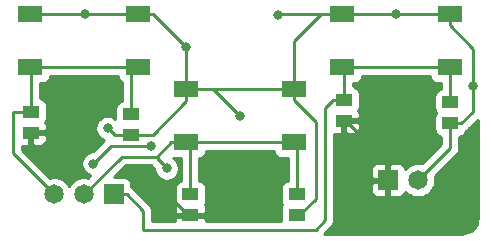
<source format=gbr>
G04 #@! TF.GenerationSoftware,KiCad,Pcbnew,(5.1.4)-1*
G04 #@! TF.CreationDate,2019-11-04T21:22:19-05:00*
G04 #@! TF.ProjectId,ButtonBoard,42757474-6f6e-4426-9f61-72642e6b6963,rev?*
G04 #@! TF.SameCoordinates,Original*
G04 #@! TF.FileFunction,Copper,L1,Top*
G04 #@! TF.FilePolarity,Positive*
%FSLAX46Y46*%
G04 Gerber Fmt 4.6, Leading zero omitted, Abs format (unit mm)*
G04 Created by KiCad (PCBNEW (5.1.4)-1) date 2019-11-04 21:22:19*
%MOMM*%
%LPD*%
G04 APERTURE LIST*
%ADD10R,1.400000X1.016000*%
%ADD11R,1.397000X1.016000*%
%ADD12R,2.100000X1.400000*%
%ADD13R,1.651000X1.651000*%
%ADD14C,1.651000*%
%ADD15C,0.800000*%
%ADD16C,0.250000*%
%ADD17C,0.254000*%
G04 APERTURE END LIST*
D10*
X4000000Y-6221000D03*
X4000000Y-8000000D03*
X18000000Y-13000000D03*
X18000000Y-14779000D03*
X31000000Y-7000000D03*
X31000000Y-5221000D03*
D11*
X-4500000Y-6000000D03*
X-4500000Y-7778000D03*
X9000000Y-14778000D03*
X9000000Y-13000000D03*
X22000000Y-6778000D03*
X22000000Y-5000000D03*
D12*
X4550000Y2250000D03*
X4550000Y-2250000D03*
X-4550000Y-2250000D03*
X-4550000Y2250000D03*
X8658000Y-4100000D03*
X8658000Y-8600000D03*
X17758000Y-8600000D03*
X17758000Y-4100000D03*
X30966000Y2250000D03*
X30966000Y-2250000D03*
X21866000Y-2250000D03*
X21866000Y2250000D03*
D13*
X25730000Y-11800000D03*
D14*
X28270000Y-11800000D03*
X-2540000Y-13000000D03*
X0Y-13000000D03*
D13*
X2540000Y-13000000D03*
D15*
X2000000Y-7400000D03*
X13200000Y-6400000D03*
X16400000Y2200000D03*
X8650000Y-550000D03*
X26450000Y2250000D03*
X32950000Y-3850000D03*
X50000Y2250000D03*
X7000000Y-10800038D03*
X800000Y-10400000D03*
X5708104Y-8906904D03*
X-600000Y-9200000D03*
X7263499Y-12336501D03*
X25006250Y-8593750D03*
X22000000Y-11000000D03*
X14200000Y-15000000D03*
X11735250Y-14064750D03*
D16*
X-4550000Y-2250000D02*
X4550000Y-2250000D01*
X4000000Y-2800000D02*
X4550000Y-2250000D01*
X4000000Y-6221000D02*
X4000000Y-2800000D01*
X-4500000Y-2300000D02*
X-4550000Y-2250000D01*
X-4500000Y-6000000D02*
X-4500000Y-2300000D01*
X-3250000Y2250000D02*
X50000Y2250000D01*
X-4550000Y2250000D02*
X-3250000Y2250000D01*
X9958000Y-4100000D02*
X17758000Y-4100000D01*
X8658000Y-4100000D02*
X9958000Y-4100000D01*
X23166000Y2250000D02*
X26450000Y2250000D01*
X21866000Y2250000D02*
X23166000Y2250000D01*
X21866000Y2250000D02*
X20050000Y2250000D01*
X17758000Y-42000D02*
X17758000Y-4100000D01*
X20050000Y2250000D02*
X17758000Y-42000D01*
X8658000Y-558000D02*
X8658000Y-4100000D01*
X4550000Y2250000D02*
X5850000Y2250000D01*
X5850000Y2250000D02*
X8650000Y-550000D01*
X8658000Y-5142000D02*
X8658000Y-4100000D01*
X4000000Y-8000000D02*
X5800000Y-8000000D01*
X5800000Y-8000000D02*
X8658000Y-5142000D01*
X31950000Y-7000000D02*
X32950000Y-6000000D01*
X31000000Y-7000000D02*
X31950000Y-7000000D01*
X30966000Y1300000D02*
X30966000Y2250000D01*
X32950000Y-684000D02*
X30966000Y1300000D01*
X32950000Y-6000000D02*
X32950000Y-3850000D01*
X31000000Y-9070000D02*
X31000000Y-7000000D01*
X28270000Y-11800000D02*
X31000000Y-9070000D01*
X17758000Y-5050000D02*
X17758000Y-4100000D01*
X19600000Y-6892000D02*
X17758000Y-5050000D01*
X19600000Y-13371000D02*
X19600000Y-6892000D01*
X18000000Y-14779000D02*
X18192000Y-14779000D01*
X18192000Y-14779000D02*
X19600000Y-13371000D01*
X4000000Y-8000000D02*
X2600000Y-8000000D01*
X2600000Y-8000000D02*
X2000000Y-7400000D01*
X8658000Y-4100000D02*
X10900000Y-4100000D01*
X10900000Y-4100000D02*
X13200000Y-6400000D01*
X21866000Y2250000D02*
X16450000Y2250000D01*
X16450000Y2250000D02*
X16400000Y2200000D01*
X8650000Y-550000D02*
X8658000Y-558000D01*
X26450000Y2250000D02*
X30966000Y2250000D01*
X32950000Y-3850000D02*
X32950000Y-684000D01*
X50000Y2250000D02*
X4550000Y2250000D01*
X8658000Y-8600000D02*
X17758000Y-8600000D01*
X18000000Y-8842000D02*
X17758000Y-8600000D01*
X18000000Y-13000000D02*
X18000000Y-8842000D01*
X9000000Y-8942000D02*
X8658000Y-8600000D01*
X9000000Y-13000000D02*
X9000000Y-8942000D01*
X23166000Y-2250000D02*
X30966000Y-2250000D01*
X21866000Y-2250000D02*
X23166000Y-2250000D01*
X22000000Y-2384000D02*
X21866000Y-2250000D01*
X22000000Y-5000000D02*
X22000000Y-2384000D01*
X31000000Y-2284000D02*
X30966000Y-2250000D01*
X31000000Y-5221000D02*
X31000000Y-2284000D01*
X5000000Y-14384500D02*
X3615500Y-13000000D01*
X3615500Y-13000000D02*
X2540000Y-13000000D01*
X21051500Y-5000000D02*
X20400000Y-5651500D01*
X22000000Y-5000000D02*
X21051500Y-5000000D01*
X20400000Y-5651500D02*
X20400000Y-15200000D01*
X20400000Y-15200000D02*
X19600000Y-16000000D01*
X19600000Y-16000000D02*
X5000000Y-16000000D01*
X5000000Y-16000000D02*
X5000000Y-14384500D01*
X-6000000Y-6000000D02*
X-4500000Y-6000000D01*
X-2540000Y-13000000D02*
X-6000000Y-9540000D01*
X-6000000Y-9540000D02*
X-6000000Y-6000000D01*
X7358000Y-8600000D02*
X8658000Y-8600000D01*
X0Y-13000000D02*
X3200000Y-9800000D01*
X6158000Y-9800000D02*
X7358000Y-8600000D01*
X3200000Y-9800000D02*
X6158000Y-9800000D01*
X6800000Y-10800000D02*
X6999962Y-10800000D01*
X6999962Y-10800000D02*
X7000000Y-10800038D01*
X6158000Y-9958038D02*
X7000000Y-10800038D01*
X6158000Y-9800000D02*
X6158000Y-9958038D01*
X2293096Y-8906904D02*
X5142419Y-8906904D01*
X5142419Y-8906904D02*
X5708104Y-8906904D01*
X800000Y-10400000D02*
X2293096Y-8906904D01*
X22190500Y-6778000D02*
X22000000Y-6778000D01*
X25730000Y-10317500D02*
X22190500Y-6778000D01*
X25730000Y-11800000D02*
X25730000Y-10317500D01*
X7263499Y-13231999D02*
X7263499Y-12336501D01*
X8809500Y-14778000D02*
X7263499Y-13231999D01*
X9000000Y-14778000D02*
X8809500Y-14778000D01*
D17*
G36*
X29290188Y-3074482D02*
G01*
X29326498Y-3194180D01*
X29385463Y-3304494D01*
X29464815Y-3401185D01*
X29561506Y-3480537D01*
X29671820Y-3539502D01*
X29791518Y-3575812D01*
X29916000Y-3588072D01*
X30240001Y-3588072D01*
X30240000Y-4080837D01*
X30175518Y-4087188D01*
X30055820Y-4123498D01*
X29945506Y-4182463D01*
X29848815Y-4261815D01*
X29769463Y-4358506D01*
X29710498Y-4468820D01*
X29674188Y-4588518D01*
X29661928Y-4713000D01*
X29661928Y-5729000D01*
X29674188Y-5853482D01*
X29710498Y-5973180D01*
X29769463Y-6083494D01*
X29791626Y-6110500D01*
X29769463Y-6137506D01*
X29710498Y-6247820D01*
X29674188Y-6367518D01*
X29661928Y-6492000D01*
X29661928Y-7508000D01*
X29674188Y-7632482D01*
X29710498Y-7752180D01*
X29769463Y-7862494D01*
X29848815Y-7959185D01*
X29945506Y-8038537D01*
X30055820Y-8097502D01*
X30175518Y-8133812D01*
X30240000Y-8140163D01*
X30240000Y-8755198D01*
X28615573Y-10379626D01*
X28413847Y-10339500D01*
X28126153Y-10339500D01*
X27843988Y-10395626D01*
X27578194Y-10505721D01*
X27338985Y-10665555D01*
X27175077Y-10829463D01*
X27145002Y-10730320D01*
X27086037Y-10620006D01*
X27006685Y-10523315D01*
X26909994Y-10443963D01*
X26799680Y-10384998D01*
X26679982Y-10348688D01*
X26555500Y-10336428D01*
X26015750Y-10339500D01*
X25857000Y-10498250D01*
X25857000Y-11673000D01*
X25877000Y-11673000D01*
X25877000Y-11927000D01*
X25857000Y-11927000D01*
X25857000Y-13101750D01*
X26015750Y-13260500D01*
X26555500Y-13263572D01*
X26679982Y-13251312D01*
X26799680Y-13215002D01*
X26909994Y-13156037D01*
X27006685Y-13076685D01*
X27086037Y-12979994D01*
X27145002Y-12869680D01*
X27175077Y-12770537D01*
X27338985Y-12934445D01*
X27578194Y-13094279D01*
X27843988Y-13204374D01*
X28126153Y-13260500D01*
X28413847Y-13260500D01*
X28696012Y-13204374D01*
X28961806Y-13094279D01*
X29201015Y-12934445D01*
X29404445Y-12731015D01*
X29564279Y-12491806D01*
X29674374Y-12226012D01*
X29730500Y-11943847D01*
X29730500Y-11656153D01*
X29690374Y-11454427D01*
X31511004Y-9633798D01*
X31540001Y-9610001D01*
X31575555Y-9566678D01*
X31634974Y-9494277D01*
X31705546Y-9362247D01*
X31717432Y-9323064D01*
X31749003Y-9218986D01*
X31760000Y-9107333D01*
X31760000Y-9107324D01*
X31763676Y-9070001D01*
X31760000Y-9032678D01*
X31760000Y-8140163D01*
X31824482Y-8133812D01*
X31944180Y-8097502D01*
X32054494Y-8038537D01*
X32151185Y-7959185D01*
X32230537Y-7862494D01*
X32289502Y-7752180D01*
X32315531Y-7666374D01*
X32374276Y-7634974D01*
X32490001Y-7540001D01*
X32513804Y-7510998D01*
X33340001Y-6684801D01*
X33340001Y-14967711D01*
X33311375Y-15259660D01*
X33235965Y-15509429D01*
X33113477Y-15739794D01*
X32948579Y-15941979D01*
X32747546Y-16108288D01*
X32518046Y-16232378D01*
X32268805Y-16309531D01*
X31978911Y-16340000D01*
X20334801Y-16340000D01*
X20911002Y-15763799D01*
X20940001Y-15740001D01*
X21034974Y-15624276D01*
X21105546Y-15492247D01*
X21149003Y-15348986D01*
X21160000Y-15237333D01*
X21160000Y-15237323D01*
X21163676Y-15200000D01*
X21160000Y-15162677D01*
X21160000Y-12625500D01*
X24266428Y-12625500D01*
X24278688Y-12749982D01*
X24314998Y-12869680D01*
X24373963Y-12979994D01*
X24453315Y-13076685D01*
X24550006Y-13156037D01*
X24660320Y-13215002D01*
X24780018Y-13251312D01*
X24904500Y-13263572D01*
X25444250Y-13260500D01*
X25603000Y-13101750D01*
X25603000Y-11927000D01*
X24428250Y-11927000D01*
X24269500Y-12085750D01*
X24266428Y-12625500D01*
X21160000Y-12625500D01*
X21160000Y-10974500D01*
X24266428Y-10974500D01*
X24269500Y-11514250D01*
X24428250Y-11673000D01*
X25603000Y-11673000D01*
X25603000Y-10498250D01*
X25444250Y-10339500D01*
X24904500Y-10336428D01*
X24780018Y-10348688D01*
X24660320Y-10384998D01*
X24550006Y-10443963D01*
X24453315Y-10523315D01*
X24373963Y-10620006D01*
X24314998Y-10730320D01*
X24278688Y-10850018D01*
X24266428Y-10974500D01*
X21160000Y-10974500D01*
X21160000Y-7906650D01*
X21177018Y-7911812D01*
X21301500Y-7924072D01*
X21714250Y-7921000D01*
X21873000Y-7762250D01*
X21873000Y-6905000D01*
X22127000Y-6905000D01*
X22127000Y-7762250D01*
X22285750Y-7921000D01*
X22698500Y-7924072D01*
X22822982Y-7911812D01*
X22942680Y-7875502D01*
X23052994Y-7816537D01*
X23149685Y-7737185D01*
X23229037Y-7640494D01*
X23288002Y-7530180D01*
X23324312Y-7410482D01*
X23336572Y-7286000D01*
X23333500Y-7063750D01*
X23174750Y-6905000D01*
X22127000Y-6905000D01*
X21873000Y-6905000D01*
X21853000Y-6905000D01*
X21853000Y-6651000D01*
X21873000Y-6651000D01*
X21873000Y-6631000D01*
X22127000Y-6631000D01*
X22127000Y-6651000D01*
X23174750Y-6651000D01*
X23333500Y-6492250D01*
X23336572Y-6270000D01*
X23324312Y-6145518D01*
X23288002Y-6025820D01*
X23229037Y-5915506D01*
X23207284Y-5889000D01*
X23229037Y-5862494D01*
X23288002Y-5752180D01*
X23324312Y-5632482D01*
X23336572Y-5508000D01*
X23336572Y-4492000D01*
X23324312Y-4367518D01*
X23288002Y-4247820D01*
X23229037Y-4137506D01*
X23149685Y-4040815D01*
X23052994Y-3961463D01*
X22942680Y-3902498D01*
X22822982Y-3866188D01*
X22760000Y-3859985D01*
X22760000Y-3588072D01*
X22916000Y-3588072D01*
X23040482Y-3575812D01*
X23160180Y-3539502D01*
X23270494Y-3480537D01*
X23367185Y-3401185D01*
X23446537Y-3304494D01*
X23505502Y-3194180D01*
X23541812Y-3074482D01*
X23548163Y-3010000D01*
X29283837Y-3010000D01*
X29290188Y-3074482D01*
X29290188Y-3074482D01*
G37*
X29290188Y-3074482D02*
X29326498Y-3194180D01*
X29385463Y-3304494D01*
X29464815Y-3401185D01*
X29561506Y-3480537D01*
X29671820Y-3539502D01*
X29791518Y-3575812D01*
X29916000Y-3588072D01*
X30240001Y-3588072D01*
X30240000Y-4080837D01*
X30175518Y-4087188D01*
X30055820Y-4123498D01*
X29945506Y-4182463D01*
X29848815Y-4261815D01*
X29769463Y-4358506D01*
X29710498Y-4468820D01*
X29674188Y-4588518D01*
X29661928Y-4713000D01*
X29661928Y-5729000D01*
X29674188Y-5853482D01*
X29710498Y-5973180D01*
X29769463Y-6083494D01*
X29791626Y-6110500D01*
X29769463Y-6137506D01*
X29710498Y-6247820D01*
X29674188Y-6367518D01*
X29661928Y-6492000D01*
X29661928Y-7508000D01*
X29674188Y-7632482D01*
X29710498Y-7752180D01*
X29769463Y-7862494D01*
X29848815Y-7959185D01*
X29945506Y-8038537D01*
X30055820Y-8097502D01*
X30175518Y-8133812D01*
X30240000Y-8140163D01*
X30240000Y-8755198D01*
X28615573Y-10379626D01*
X28413847Y-10339500D01*
X28126153Y-10339500D01*
X27843988Y-10395626D01*
X27578194Y-10505721D01*
X27338985Y-10665555D01*
X27175077Y-10829463D01*
X27145002Y-10730320D01*
X27086037Y-10620006D01*
X27006685Y-10523315D01*
X26909994Y-10443963D01*
X26799680Y-10384998D01*
X26679982Y-10348688D01*
X26555500Y-10336428D01*
X26015750Y-10339500D01*
X25857000Y-10498250D01*
X25857000Y-11673000D01*
X25877000Y-11673000D01*
X25877000Y-11927000D01*
X25857000Y-11927000D01*
X25857000Y-13101750D01*
X26015750Y-13260500D01*
X26555500Y-13263572D01*
X26679982Y-13251312D01*
X26799680Y-13215002D01*
X26909994Y-13156037D01*
X27006685Y-13076685D01*
X27086037Y-12979994D01*
X27145002Y-12869680D01*
X27175077Y-12770537D01*
X27338985Y-12934445D01*
X27578194Y-13094279D01*
X27843988Y-13204374D01*
X28126153Y-13260500D01*
X28413847Y-13260500D01*
X28696012Y-13204374D01*
X28961806Y-13094279D01*
X29201015Y-12934445D01*
X29404445Y-12731015D01*
X29564279Y-12491806D01*
X29674374Y-12226012D01*
X29730500Y-11943847D01*
X29730500Y-11656153D01*
X29690374Y-11454427D01*
X31511004Y-9633798D01*
X31540001Y-9610001D01*
X31575555Y-9566678D01*
X31634974Y-9494277D01*
X31705546Y-9362247D01*
X31717432Y-9323064D01*
X31749003Y-9218986D01*
X31760000Y-9107333D01*
X31760000Y-9107324D01*
X31763676Y-9070001D01*
X31760000Y-9032678D01*
X31760000Y-8140163D01*
X31824482Y-8133812D01*
X31944180Y-8097502D01*
X32054494Y-8038537D01*
X32151185Y-7959185D01*
X32230537Y-7862494D01*
X32289502Y-7752180D01*
X32315531Y-7666374D01*
X32374276Y-7634974D01*
X32490001Y-7540001D01*
X32513804Y-7510998D01*
X33340001Y-6684801D01*
X33340001Y-14967711D01*
X33311375Y-15259660D01*
X33235965Y-15509429D01*
X33113477Y-15739794D01*
X32948579Y-15941979D01*
X32747546Y-16108288D01*
X32518046Y-16232378D01*
X32268805Y-16309531D01*
X31978911Y-16340000D01*
X20334801Y-16340000D01*
X20911002Y-15763799D01*
X20940001Y-15740001D01*
X21034974Y-15624276D01*
X21105546Y-15492247D01*
X21149003Y-15348986D01*
X21160000Y-15237333D01*
X21160000Y-15237323D01*
X21163676Y-15200000D01*
X21160000Y-15162677D01*
X21160000Y-12625500D01*
X24266428Y-12625500D01*
X24278688Y-12749982D01*
X24314998Y-12869680D01*
X24373963Y-12979994D01*
X24453315Y-13076685D01*
X24550006Y-13156037D01*
X24660320Y-13215002D01*
X24780018Y-13251312D01*
X24904500Y-13263572D01*
X25444250Y-13260500D01*
X25603000Y-13101750D01*
X25603000Y-11927000D01*
X24428250Y-11927000D01*
X24269500Y-12085750D01*
X24266428Y-12625500D01*
X21160000Y-12625500D01*
X21160000Y-10974500D01*
X24266428Y-10974500D01*
X24269500Y-11514250D01*
X24428250Y-11673000D01*
X25603000Y-11673000D01*
X25603000Y-10498250D01*
X25444250Y-10339500D01*
X24904500Y-10336428D01*
X24780018Y-10348688D01*
X24660320Y-10384998D01*
X24550006Y-10443963D01*
X24453315Y-10523315D01*
X24373963Y-10620006D01*
X24314998Y-10730320D01*
X24278688Y-10850018D01*
X24266428Y-10974500D01*
X21160000Y-10974500D01*
X21160000Y-7906650D01*
X21177018Y-7911812D01*
X21301500Y-7924072D01*
X21714250Y-7921000D01*
X21873000Y-7762250D01*
X21873000Y-6905000D01*
X22127000Y-6905000D01*
X22127000Y-7762250D01*
X22285750Y-7921000D01*
X22698500Y-7924072D01*
X22822982Y-7911812D01*
X22942680Y-7875502D01*
X23052994Y-7816537D01*
X23149685Y-7737185D01*
X23229037Y-7640494D01*
X23288002Y-7530180D01*
X23324312Y-7410482D01*
X23336572Y-7286000D01*
X23333500Y-7063750D01*
X23174750Y-6905000D01*
X22127000Y-6905000D01*
X21873000Y-6905000D01*
X21853000Y-6905000D01*
X21853000Y-6651000D01*
X21873000Y-6651000D01*
X21873000Y-6631000D01*
X22127000Y-6631000D01*
X22127000Y-6651000D01*
X23174750Y-6651000D01*
X23333500Y-6492250D01*
X23336572Y-6270000D01*
X23324312Y-6145518D01*
X23288002Y-6025820D01*
X23229037Y-5915506D01*
X23207284Y-5889000D01*
X23229037Y-5862494D01*
X23288002Y-5752180D01*
X23324312Y-5632482D01*
X23336572Y-5508000D01*
X23336572Y-4492000D01*
X23324312Y-4367518D01*
X23288002Y-4247820D01*
X23229037Y-4137506D01*
X23149685Y-4040815D01*
X23052994Y-3961463D01*
X22942680Y-3902498D01*
X22822982Y-3866188D01*
X22760000Y-3859985D01*
X22760000Y-3588072D01*
X22916000Y-3588072D01*
X23040482Y-3575812D01*
X23160180Y-3539502D01*
X23270494Y-3480537D01*
X23367185Y-3401185D01*
X23446537Y-3304494D01*
X23505502Y-3194180D01*
X23541812Y-3074482D01*
X23548163Y-3010000D01*
X29283837Y-3010000D01*
X29290188Y-3074482D01*
G36*
X16082188Y-9424482D02*
G01*
X16118498Y-9544180D01*
X16177463Y-9654494D01*
X16256815Y-9751185D01*
X16353506Y-9830537D01*
X16463820Y-9889502D01*
X16583518Y-9925812D01*
X16708000Y-9938072D01*
X17240001Y-9938072D01*
X17240000Y-11859837D01*
X17175518Y-11866188D01*
X17055820Y-11902498D01*
X16945506Y-11961463D01*
X16848815Y-12040815D01*
X16769463Y-12137506D01*
X16710498Y-12247820D01*
X16674188Y-12367518D01*
X16661928Y-12492000D01*
X16661928Y-13508000D01*
X16674188Y-13632482D01*
X16710498Y-13752180D01*
X16769463Y-13862494D01*
X16791626Y-13889500D01*
X16769463Y-13916506D01*
X16710498Y-14026820D01*
X16674188Y-14146518D01*
X16661928Y-14271000D01*
X16661928Y-15240000D01*
X10335936Y-15240000D01*
X10333500Y-15063750D01*
X10174750Y-14905000D01*
X9127000Y-14905000D01*
X9127000Y-14925000D01*
X8873000Y-14925000D01*
X8873000Y-14905000D01*
X7825250Y-14905000D01*
X7666500Y-15063750D01*
X7664064Y-15240000D01*
X5760000Y-15240000D01*
X5760000Y-14421825D01*
X5763676Y-14384500D01*
X5760000Y-14347175D01*
X5760000Y-14347167D01*
X5749003Y-14235514D01*
X5705546Y-14092253D01*
X5634974Y-13960224D01*
X5540001Y-13844499D01*
X5511003Y-13820701D01*
X4179304Y-12489003D01*
X4155501Y-12459999D01*
X4039776Y-12365026D01*
X4003572Y-12345674D01*
X4003572Y-12174500D01*
X3991312Y-12050018D01*
X3955002Y-11930320D01*
X3896037Y-11820006D01*
X3816685Y-11723315D01*
X3719994Y-11643963D01*
X3609680Y-11584998D01*
X3489982Y-11548688D01*
X3365500Y-11536428D01*
X2538374Y-11536428D01*
X3514803Y-10560000D01*
X5685161Y-10560000D01*
X5965000Y-10839839D01*
X5965000Y-10901977D01*
X6004774Y-11101936D01*
X6082795Y-11290294D01*
X6196063Y-11459812D01*
X6340226Y-11603975D01*
X6509744Y-11717243D01*
X6698102Y-11795264D01*
X6898061Y-11835038D01*
X7101939Y-11835038D01*
X7301898Y-11795264D01*
X7490256Y-11717243D01*
X7659774Y-11603975D01*
X7803937Y-11459812D01*
X7917205Y-11290294D01*
X7995226Y-11101936D01*
X8035000Y-10901977D01*
X8035000Y-10698099D01*
X7995226Y-10498140D01*
X7917205Y-10309782D01*
X7803937Y-10140264D01*
X7659774Y-9996101D01*
X7566864Y-9934021D01*
X7608000Y-9938072D01*
X8240001Y-9938072D01*
X8240000Y-11859985D01*
X8177018Y-11866188D01*
X8057320Y-11902498D01*
X7947006Y-11961463D01*
X7850315Y-12040815D01*
X7770963Y-12137506D01*
X7711998Y-12247820D01*
X7675688Y-12367518D01*
X7663428Y-12492000D01*
X7663428Y-13508000D01*
X7675688Y-13632482D01*
X7711998Y-13752180D01*
X7770963Y-13862494D01*
X7792716Y-13889000D01*
X7770963Y-13915506D01*
X7711998Y-14025820D01*
X7675688Y-14145518D01*
X7663428Y-14270000D01*
X7666500Y-14492250D01*
X7825250Y-14651000D01*
X8873000Y-14651000D01*
X8873000Y-14631000D01*
X9127000Y-14631000D01*
X9127000Y-14651000D01*
X10174750Y-14651000D01*
X10333500Y-14492250D01*
X10336572Y-14270000D01*
X10324312Y-14145518D01*
X10288002Y-14025820D01*
X10229037Y-13915506D01*
X10207284Y-13889000D01*
X10229037Y-13862494D01*
X10288002Y-13752180D01*
X10324312Y-13632482D01*
X10336572Y-13508000D01*
X10336572Y-12492000D01*
X10324312Y-12367518D01*
X10288002Y-12247820D01*
X10229037Y-12137506D01*
X10149685Y-12040815D01*
X10052994Y-11961463D01*
X9942680Y-11902498D01*
X9822982Y-11866188D01*
X9760000Y-11859985D01*
X9760000Y-9932951D01*
X9832482Y-9925812D01*
X9952180Y-9889502D01*
X10062494Y-9830537D01*
X10159185Y-9751185D01*
X10238537Y-9654494D01*
X10297502Y-9544180D01*
X10333812Y-9424482D01*
X10340163Y-9360000D01*
X16075837Y-9360000D01*
X16082188Y-9424482D01*
X16082188Y-9424482D01*
G37*
X16082188Y-9424482D02*
X16118498Y-9544180D01*
X16177463Y-9654494D01*
X16256815Y-9751185D01*
X16353506Y-9830537D01*
X16463820Y-9889502D01*
X16583518Y-9925812D01*
X16708000Y-9938072D01*
X17240001Y-9938072D01*
X17240000Y-11859837D01*
X17175518Y-11866188D01*
X17055820Y-11902498D01*
X16945506Y-11961463D01*
X16848815Y-12040815D01*
X16769463Y-12137506D01*
X16710498Y-12247820D01*
X16674188Y-12367518D01*
X16661928Y-12492000D01*
X16661928Y-13508000D01*
X16674188Y-13632482D01*
X16710498Y-13752180D01*
X16769463Y-13862494D01*
X16791626Y-13889500D01*
X16769463Y-13916506D01*
X16710498Y-14026820D01*
X16674188Y-14146518D01*
X16661928Y-14271000D01*
X16661928Y-15240000D01*
X10335936Y-15240000D01*
X10333500Y-15063750D01*
X10174750Y-14905000D01*
X9127000Y-14905000D01*
X9127000Y-14925000D01*
X8873000Y-14925000D01*
X8873000Y-14905000D01*
X7825250Y-14905000D01*
X7666500Y-15063750D01*
X7664064Y-15240000D01*
X5760000Y-15240000D01*
X5760000Y-14421825D01*
X5763676Y-14384500D01*
X5760000Y-14347175D01*
X5760000Y-14347167D01*
X5749003Y-14235514D01*
X5705546Y-14092253D01*
X5634974Y-13960224D01*
X5540001Y-13844499D01*
X5511003Y-13820701D01*
X4179304Y-12489003D01*
X4155501Y-12459999D01*
X4039776Y-12365026D01*
X4003572Y-12345674D01*
X4003572Y-12174500D01*
X3991312Y-12050018D01*
X3955002Y-11930320D01*
X3896037Y-11820006D01*
X3816685Y-11723315D01*
X3719994Y-11643963D01*
X3609680Y-11584998D01*
X3489982Y-11548688D01*
X3365500Y-11536428D01*
X2538374Y-11536428D01*
X3514803Y-10560000D01*
X5685161Y-10560000D01*
X5965000Y-10839839D01*
X5965000Y-10901977D01*
X6004774Y-11101936D01*
X6082795Y-11290294D01*
X6196063Y-11459812D01*
X6340226Y-11603975D01*
X6509744Y-11717243D01*
X6698102Y-11795264D01*
X6898061Y-11835038D01*
X7101939Y-11835038D01*
X7301898Y-11795264D01*
X7490256Y-11717243D01*
X7659774Y-11603975D01*
X7803937Y-11459812D01*
X7917205Y-11290294D01*
X7995226Y-11101936D01*
X8035000Y-10901977D01*
X8035000Y-10698099D01*
X7995226Y-10498140D01*
X7917205Y-10309782D01*
X7803937Y-10140264D01*
X7659774Y-9996101D01*
X7566864Y-9934021D01*
X7608000Y-9938072D01*
X8240001Y-9938072D01*
X8240000Y-11859985D01*
X8177018Y-11866188D01*
X8057320Y-11902498D01*
X7947006Y-11961463D01*
X7850315Y-12040815D01*
X7770963Y-12137506D01*
X7711998Y-12247820D01*
X7675688Y-12367518D01*
X7663428Y-12492000D01*
X7663428Y-13508000D01*
X7675688Y-13632482D01*
X7711998Y-13752180D01*
X7770963Y-13862494D01*
X7792716Y-13889000D01*
X7770963Y-13915506D01*
X7711998Y-14025820D01*
X7675688Y-14145518D01*
X7663428Y-14270000D01*
X7666500Y-14492250D01*
X7825250Y-14651000D01*
X8873000Y-14651000D01*
X8873000Y-14631000D01*
X9127000Y-14631000D01*
X9127000Y-14651000D01*
X10174750Y-14651000D01*
X10333500Y-14492250D01*
X10336572Y-14270000D01*
X10324312Y-14145518D01*
X10288002Y-14025820D01*
X10229037Y-13915506D01*
X10207284Y-13889000D01*
X10229037Y-13862494D01*
X10288002Y-13752180D01*
X10324312Y-13632482D01*
X10336572Y-13508000D01*
X10336572Y-12492000D01*
X10324312Y-12367518D01*
X10288002Y-12247820D01*
X10229037Y-12137506D01*
X10149685Y-12040815D01*
X10052994Y-11961463D01*
X9942680Y-11902498D01*
X9822982Y-11866188D01*
X9760000Y-11859985D01*
X9760000Y-9932951D01*
X9832482Y-9925812D01*
X9952180Y-9889502D01*
X10062494Y-9830537D01*
X10159185Y-9751185D01*
X10238537Y-9654494D01*
X10297502Y-9544180D01*
X10333812Y-9424482D01*
X10340163Y-9360000D01*
X16075837Y-9360000D01*
X16082188Y-9424482D01*
G36*
X2874188Y-3074482D02*
G01*
X2910498Y-3194180D01*
X2969463Y-3304494D01*
X3048815Y-3401185D01*
X3145506Y-3480537D01*
X3240001Y-3531046D01*
X3240000Y-5080837D01*
X3175518Y-5087188D01*
X3055820Y-5123498D01*
X2945506Y-5182463D01*
X2848815Y-5261815D01*
X2769463Y-5358506D01*
X2710498Y-5468820D01*
X2674188Y-5588518D01*
X2661928Y-5713000D01*
X2661928Y-6598217D01*
X2659774Y-6596063D01*
X2490256Y-6482795D01*
X2301898Y-6404774D01*
X2101939Y-6365000D01*
X1898061Y-6365000D01*
X1698102Y-6404774D01*
X1509744Y-6482795D01*
X1340226Y-6596063D01*
X1196063Y-6740226D01*
X1082795Y-6909744D01*
X1004774Y-7098102D01*
X965000Y-7298061D01*
X965000Y-7501939D01*
X1004774Y-7701898D01*
X1082795Y-7890256D01*
X1196063Y-8059774D01*
X1340226Y-8203937D01*
X1509744Y-8317205D01*
X1698102Y-8395226D01*
X1724684Y-8400514D01*
X760199Y-9365000D01*
X698061Y-9365000D01*
X498102Y-9404774D01*
X309744Y-9482795D01*
X140226Y-9596063D01*
X-3937Y-9740226D01*
X-117205Y-9909744D01*
X-195226Y-10098102D01*
X-235000Y-10298061D01*
X-235000Y-10501939D01*
X-195226Y-10701898D01*
X-117205Y-10890256D01*
X-3937Y-11059774D01*
X140226Y-11203937D01*
X309744Y-11317205D01*
X498102Y-11395226D01*
X524685Y-11400514D01*
X345573Y-11579626D01*
X143847Y-11539500D01*
X-143847Y-11539500D01*
X-426012Y-11595626D01*
X-691806Y-11705721D01*
X-931015Y-11865555D01*
X-1134445Y-12068985D01*
X-1270000Y-12271858D01*
X-1405555Y-12068985D01*
X-1608985Y-11865555D01*
X-1848194Y-11705721D01*
X-2113988Y-11595626D01*
X-2396153Y-11539500D01*
X-2683847Y-11539500D01*
X-2885573Y-11579626D01*
X-5240000Y-9225199D01*
X-5240000Y-8919985D01*
X-5198500Y-8924072D01*
X-4785750Y-8921000D01*
X-4627000Y-8762250D01*
X-4627000Y-7905000D01*
X-4373000Y-7905000D01*
X-4373000Y-8762250D01*
X-4214250Y-8921000D01*
X-3801500Y-8924072D01*
X-3677018Y-8911812D01*
X-3557320Y-8875502D01*
X-3447006Y-8816537D01*
X-3350315Y-8737185D01*
X-3270963Y-8640494D01*
X-3211998Y-8530180D01*
X-3175688Y-8410482D01*
X-3163428Y-8286000D01*
X-3166500Y-8063750D01*
X-3325250Y-7905000D01*
X-4373000Y-7905000D01*
X-4627000Y-7905000D01*
X-4647000Y-7905000D01*
X-4647000Y-7651000D01*
X-4627000Y-7651000D01*
X-4627000Y-7631000D01*
X-4373000Y-7631000D01*
X-4373000Y-7651000D01*
X-3325250Y-7651000D01*
X-3166500Y-7492250D01*
X-3163428Y-7270000D01*
X-3175688Y-7145518D01*
X-3211998Y-7025820D01*
X-3270963Y-6915506D01*
X-3292716Y-6889000D01*
X-3270963Y-6862494D01*
X-3211998Y-6752180D01*
X-3175688Y-6632482D01*
X-3163428Y-6508000D01*
X-3163428Y-5492000D01*
X-3175688Y-5367518D01*
X-3211998Y-5247820D01*
X-3270963Y-5137506D01*
X-3350315Y-5040815D01*
X-3447006Y-4961463D01*
X-3557320Y-4902498D01*
X-3677018Y-4866188D01*
X-3740000Y-4859985D01*
X-3740000Y-3588072D01*
X-3500000Y-3588072D01*
X-3375518Y-3575812D01*
X-3255820Y-3539502D01*
X-3145506Y-3480537D01*
X-3048815Y-3401185D01*
X-2969463Y-3304494D01*
X-2910498Y-3194180D01*
X-2874188Y-3074482D01*
X-2867837Y-3010000D01*
X2867837Y-3010000D01*
X2874188Y-3074482D01*
X2874188Y-3074482D01*
G37*
X2874188Y-3074482D02*
X2910498Y-3194180D01*
X2969463Y-3304494D01*
X3048815Y-3401185D01*
X3145506Y-3480537D01*
X3240001Y-3531046D01*
X3240000Y-5080837D01*
X3175518Y-5087188D01*
X3055820Y-5123498D01*
X2945506Y-5182463D01*
X2848815Y-5261815D01*
X2769463Y-5358506D01*
X2710498Y-5468820D01*
X2674188Y-5588518D01*
X2661928Y-5713000D01*
X2661928Y-6598217D01*
X2659774Y-6596063D01*
X2490256Y-6482795D01*
X2301898Y-6404774D01*
X2101939Y-6365000D01*
X1898061Y-6365000D01*
X1698102Y-6404774D01*
X1509744Y-6482795D01*
X1340226Y-6596063D01*
X1196063Y-6740226D01*
X1082795Y-6909744D01*
X1004774Y-7098102D01*
X965000Y-7298061D01*
X965000Y-7501939D01*
X1004774Y-7701898D01*
X1082795Y-7890256D01*
X1196063Y-8059774D01*
X1340226Y-8203937D01*
X1509744Y-8317205D01*
X1698102Y-8395226D01*
X1724684Y-8400514D01*
X760199Y-9365000D01*
X698061Y-9365000D01*
X498102Y-9404774D01*
X309744Y-9482795D01*
X140226Y-9596063D01*
X-3937Y-9740226D01*
X-117205Y-9909744D01*
X-195226Y-10098102D01*
X-235000Y-10298061D01*
X-235000Y-10501939D01*
X-195226Y-10701898D01*
X-117205Y-10890256D01*
X-3937Y-11059774D01*
X140226Y-11203937D01*
X309744Y-11317205D01*
X498102Y-11395226D01*
X524685Y-11400514D01*
X345573Y-11579626D01*
X143847Y-11539500D01*
X-143847Y-11539500D01*
X-426012Y-11595626D01*
X-691806Y-11705721D01*
X-931015Y-11865555D01*
X-1134445Y-12068985D01*
X-1270000Y-12271858D01*
X-1405555Y-12068985D01*
X-1608985Y-11865555D01*
X-1848194Y-11705721D01*
X-2113988Y-11595626D01*
X-2396153Y-11539500D01*
X-2683847Y-11539500D01*
X-2885573Y-11579626D01*
X-5240000Y-9225199D01*
X-5240000Y-8919985D01*
X-5198500Y-8924072D01*
X-4785750Y-8921000D01*
X-4627000Y-8762250D01*
X-4627000Y-7905000D01*
X-4373000Y-7905000D01*
X-4373000Y-8762250D01*
X-4214250Y-8921000D01*
X-3801500Y-8924072D01*
X-3677018Y-8911812D01*
X-3557320Y-8875502D01*
X-3447006Y-8816537D01*
X-3350315Y-8737185D01*
X-3270963Y-8640494D01*
X-3211998Y-8530180D01*
X-3175688Y-8410482D01*
X-3163428Y-8286000D01*
X-3166500Y-8063750D01*
X-3325250Y-7905000D01*
X-4373000Y-7905000D01*
X-4627000Y-7905000D01*
X-4647000Y-7905000D01*
X-4647000Y-7651000D01*
X-4627000Y-7651000D01*
X-4627000Y-7631000D01*
X-4373000Y-7631000D01*
X-4373000Y-7651000D01*
X-3325250Y-7651000D01*
X-3166500Y-7492250D01*
X-3163428Y-7270000D01*
X-3175688Y-7145518D01*
X-3211998Y-7025820D01*
X-3270963Y-6915506D01*
X-3292716Y-6889000D01*
X-3270963Y-6862494D01*
X-3211998Y-6752180D01*
X-3175688Y-6632482D01*
X-3163428Y-6508000D01*
X-3163428Y-5492000D01*
X-3175688Y-5367518D01*
X-3211998Y-5247820D01*
X-3270963Y-5137506D01*
X-3350315Y-5040815D01*
X-3447006Y-4961463D01*
X-3557320Y-4902498D01*
X-3677018Y-4866188D01*
X-3740000Y-4859985D01*
X-3740000Y-3588072D01*
X-3500000Y-3588072D01*
X-3375518Y-3575812D01*
X-3255820Y-3539502D01*
X-3145506Y-3480537D01*
X-3048815Y-3401185D01*
X-2969463Y-3304494D01*
X-2910498Y-3194180D01*
X-2874188Y-3074482D01*
X-2867837Y-3010000D01*
X2867837Y-3010000D01*
X2874188Y-3074482D01*
M02*

</source>
